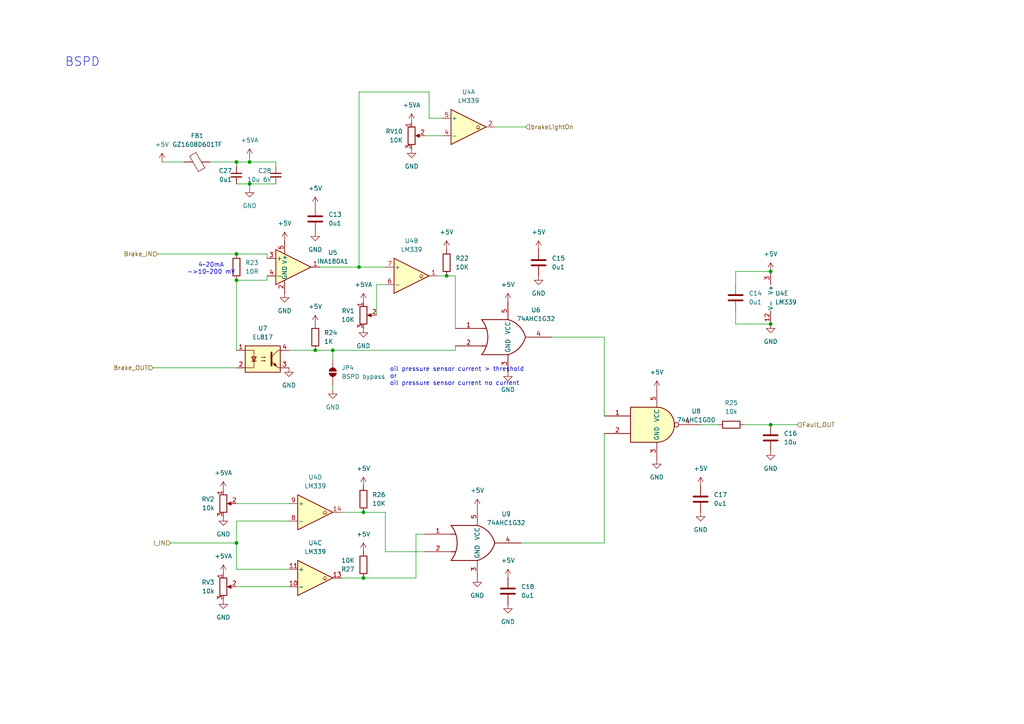
<source format=kicad_sch>
(kicad_sch (version 20231120) (generator "eeschema") (generator_version "8.0")
  (paper "A4")
  (title_block (title "HVB_LV1") (date "2024-12-01") (rev "2.0") (company "NTURacing") (comment 1 "Powertrain") (comment 2 "郭哲明 Jack Kuo"))
  (lib_symbols
    (symbol "74xGxx:74AHC1G00"
      (property "Reference" "U" (at -2.54 3.81 0))
      (property "Value" "74AHC1G00" (at 0 -3.81 0))
      (symbol "74AHC1G00_0_1"
        (arc (start 0 -5.08) (mid 5.0579 0) (end 0 5.08) (stroke (width 0.254)) (fill (type background)))
        (polyline (pts (xy 0 -5.08) (xy -7.62 -5.08) (xy -7.62 5.08) (xy 0 5.08)) (stroke (width 0.254)) (fill (type background)))
      )
      (symbol "74AHC1G00_1_1"
        (pin input line (at -15.24 2.54 0) (length 7.62) (name "~") (number "1"))
        (pin input line (at -15.24 -2.54 0) (length 7.62) (name "~") (number "2"))
        (pin power_in line (at 0 -10.16 90) (length 5.08) (name "GND") (number "3"))
        (pin output inverted (at 12.7 0 180) (length 7.62) (name "~") (number "4"))
        (pin power_in line (at 0 10.16 270) (length 5.08) (name "VCC") (number "5"))
      )
    )
    (symbol "74xGxx:74AHC1G32"
      (property "Reference" "U" (at -2.54 3.81 0))
      (property "Value" "74AHC1G32" (at 0 -3.81 0))
      (symbol "74AHC1G32_0_1"
        (arc (start -7.62 -5.08) (mid -5.838 0) (end -7.62 5.08) (stroke (width 0.254)))
        (arc (start 0 -5.08) (mid 3.1986 -3.2054) (end 5.08 0) (stroke (width 0.254)))
        (polyline (pts (xy -7.62 -2.54) (xy -6.35 -2.54)) (stroke (width 0.254)) (fill (type background)))
        (polyline (pts (xy -7.62 2.54) (xy -6.35 2.54)) (stroke (width 0.254)) (fill (type background)))
        (polyline (pts (xy 0 -5.08) (xy -7.62 -5.08)) (stroke (width 0.254)) (fill (type background)))
        (polyline (pts (xy 0 5.08) (xy -7.62 5.08)) (stroke (width 0.254)) (fill (type background)))
        (arc (start 5.08 0) (mid 3.2238 3.2304) (end 0 5.08) (stroke (width 0.254)))
      )
      (symbol "74AHC1G32_1_1"
        (pin input line (at -15.24 2.54 0) (length 7.62) (name "~") (number "1"))
        (pin input line (at -15.24 -2.54 0) (length 7.62) (name "~") (number "2"))
        (pin power_in line (at 0 -10.16 90) (length 5.08) (name "GND") (number "3"))
        (pin output line (at 12.7 0 180) (length 7.62) (name "~") (number "4"))
        (pin power_in line (at 0 10.16 270) (length 5.08) (name "VCC") (number "5"))
      )
    )
    (symbol "Amplifier_Current:INA180A1" (pin_names (offset 0.127))
      (property "Reference" "U" (at 3.81 3.81 0))
      (property "Value" "INA180A1" (at 3.81 -2.54 0))
      (symbol "INA180A1_0_1"
        (polyline (pts (xy 5.08 0) (xy -5.08 5.08) (xy -5.08 -5.08) (xy 5.08 0)) (stroke (width 0.254)) (fill (type background)))
      )
      (symbol "INA180A1_1_1"
        (pin output line (at 7.62 0 180) (length 2.54) (name "~") (number "1"))
        (pin power_in line (at -2.54 -7.62 90) (length 3.81) (name "GND") (number "2"))
        (pin input line (at -7.62 2.54 0) (length 2.54) (name "+") (number "3"))
        (pin input line (at -7.62 -2.54 0) (length 2.54) (name "-") (number "4"))
        (pin power_in line (at -2.54 7.62 270) (length 3.81) (name "V+") (number "5"))
      )
    )
    (symbol "Comparator:LM339" (pin_names (offset 0.127))
      (property "Reference" "U" (at 0 5.08 0))
      (property "Value" "LM339" (at 0 -5.08 0))
      (symbol "LM339_1_1"
        (polyline (pts (xy -5.08 5.08) (xy 5.08 0) (xy -5.08 -5.08) (xy -5.08 5.08)) (stroke (width 0.254)) (fill (type background)))
        (polyline (pts (xy 3.302 -0.508) (xy 2.794 -0.508) (xy 3.302 0) (xy 2.794 0.508) (xy 2.286 0) (xy 2.794 -0.508) (xy 2.286 -0.508)) (stroke (width 0.127)))
        (pin open_collector line (at 7.62 0 180) (length 2.54) (name "~") (number "2"))
        (pin input line (at -7.62 -2.54 0) (length 2.54) (name "-") (number "4"))
        (pin input line (at -7.62 2.54 0) (length 2.54) (name "+") (number "5"))
      )
      (symbol "LM339_2_1"
        (polyline (pts (xy -5.08 5.08) (xy 5.08 0) (xy -5.08 -5.08) (xy -5.08 5.08)) (stroke (width 0.254)) (fill (type background)))
        (polyline (pts (xy 3.302 -0.508) (xy 2.794 -0.508) (xy 3.302 0) (xy 2.794 0.508) (xy 2.286 0) (xy 2.794 -0.508) (xy 2.286 -0.508)) (stroke (width 0.127)))
        (pin open_collector line (at 7.62 0 180) (length 2.54) (name "~") (number "1"))
        (pin input line (at -7.62 -2.54 0) (length 2.54) (name "-") (number "6"))
        (pin input line (at -7.62 2.54 0) (length 2.54) (name "+") (number "7"))
      )
      (symbol "LM339_3_1"
        (polyline (pts (xy -5.08 5.08) (xy 5.08 0) (xy -5.08 -5.08) (xy -5.08 5.08)) (stroke (width 0.254)) (fill (type background)))
        (polyline (pts (xy 3.302 -0.508) (xy 2.794 -0.508) (xy 3.302 0) (xy 2.794 0.508) (xy 2.286 0) (xy 2.794 -0.508) (xy 2.286 -0.508)) (stroke (width 0.127)))
        (pin input line (at -7.62 -2.54 0) (length 2.54) (name "-") (number "10"))
        (pin input line (at -7.62 2.54 0) (length 2.54) (name "+") (number "11"))
        (pin open_collector line (at 7.62 0 180) (length 2.54) (name "~") (number "13"))
      )
      (symbol "LM339_4_1"
        (polyline (pts (xy -5.08 5.08) (xy 5.08 0) (xy -5.08 -5.08) (xy -5.08 5.08)) (stroke (width 0.254)) (fill (type background)))
        (polyline (pts (xy 3.302 -0.508) (xy 2.794 -0.508) (xy 3.302 0) (xy 2.794 0.508) (xy 2.286 0) (xy 2.794 -0.508) (xy 2.286 -0.508)) (stroke (width 0.127)))
        (pin open_collector line (at 7.62 0 180) (length 2.54) (name "~") (number "14"))
        (pin input line (at -7.62 -2.54 0) (length 2.54) (name "-") (number "8"))
        (pin input line (at -7.62 2.54 0) (length 2.54) (name "+") (number "9"))
      )
      (symbol "LM339_5_1"
        (pin power_in line (at -2.54 -7.62 90) (length 3.81) (name "V-") (number "12"))
        (pin power_in line (at -2.54 7.62 270) (length 3.81) (name "V+") (number "3"))
      )
    )
    (symbol "Device:C" (pin_numbers hide) (pin_names (offset 0.254))
      (property "Reference" "C" (at 0.635 2.54 0))
      (property "Value" "C" (at 0.635 -2.54 0))
      (symbol "C_0_1"
        (polyline (pts (xy -2.032 -0.762) (xy 2.032 -0.762)) (stroke (width 0.508)))
        (polyline (pts (xy -2.032 0.762) (xy 2.032 0.762)) (stroke (width 0.508)))
      )
      (symbol "C_1_1"
        (pin passive line (at 0 3.81 270) (length 2.794) (name "~") (number "1"))
        (pin passive line (at 0 -3.81 90) (length 2.794) (name "~") (number "2"))
      )
    )
    (symbol "Device:C_Small" (pin_numbers hide) (pin_names (offset 0.254) hide)
      (property "Reference" "C" (at 0.254 1.778 0))
      (property "Value" "C_Small" (at 0.254 -2.032 0))
      (symbol "C_Small_0_1"
        (polyline (pts (xy -1.524 -0.508) (xy 1.524 -0.508)) (stroke (width 0.3302)))
        (polyline (pts (xy -1.524 0.508) (xy 1.524 0.508)) (stroke (width 0.3048)))
      )
      (symbol "C_Small_1_1"
        (pin passive line (at 0 2.54 270) (length 2.032) (name "~") (number "1"))
        (pin passive line (at 0 -2.54 90) (length 2.032) (name "~") (number "2"))
      )
    )
    (symbol "Device:FerriteBead" (pin_numbers hide) (pin_names (offset 0))
      (property "Reference" "FB" (at -3.81 0.635 90))
      (property "Value" "FerriteBead" (at 3.81 0 90))
      (symbol "FerriteBead_0_1"
        (polyline (pts (xy 0 -1.27) (xy 0 -1.2192)))
        (polyline (pts (xy 0 1.27) (xy 0 1.2954)))
        (polyline (pts (xy -2.7686 0.4064) (xy -1.7018 2.2606) (xy 2.7686 -0.3048) (xy 1.6764 -2.159) (xy -2.7686 0.4064)))
      )
      (symbol "FerriteBead_1_1"
        (pin passive line (at 0 3.81 270) (length 2.54) (name "~") (number "1"))
        (pin passive line (at 0 -3.81 90) (length 2.54) (name "~") (number "2"))
      )
    )
    (symbol "Device:R" (pin_numbers hide) (pin_names (offset 0))
      (property "Reference" "R" (at 2.032 0 90))
      (property "Value" "R" (at 0 0 90))
      (symbol "R_0_1"
        (rectangle (start -1.016 -2.54) (end 1.016 2.54) (stroke (width 0.254)))
      )
      (symbol "R_1_1"
        (pin passive line (at 0 3.81 270) (length 1.27) (name "~") (number "1"))
        (pin passive line (at 0 -3.81 90) (length 1.27) (name "~") (number "2"))
      )
    )
    (symbol "Device:R_Potentiometer" (pin_names (offset 1.016) hide)
      (property "Reference" "RV" (at -4.445 0 90))
      (property "Value" "R_Potentiometer" (at -2.54 0 90))
      (symbol "R_Potentiometer_0_1"
        (polyline (pts (xy 2.54 0) (xy 1.524 0)))
        (polyline (pts (xy 1.143 0) (xy 2.286 0.508) (xy 2.286 -0.508) (xy 1.143 0)) (fill (type outline)))
        (rectangle (start 1.016 2.54) (end -1.016 -2.54) (stroke (width 0.254)))
      )
      (symbol "R_Potentiometer_1_1"
        (pin passive line (at 0 3.81 270) (length 1.27) (name "1") (number "1"))
        (pin passive line (at 3.81 0 180) (length 1.27) (name "2") (number "2"))
        (pin passive line (at 0 -3.81 90) (length 1.27) (name "3") (number "3"))
      )
    )
    (symbol "Isolator:EL817" (pin_names (offset 1.016))
      (property "Reference" "U" (at -5.08 5.08 0))
      (property "Value" "EL817" (at 0 5.08 0))
      (symbol "EL817_0_1"
        (rectangle (start -5.08 3.81) (end 5.08 -3.81) (stroke (width 0.254)) (fill (type background)))
        (polyline (pts (xy -3.175 -0.635) (xy -1.905 -0.635)) (stroke (width 0.254)))
        (polyline (pts (xy 2.54 0.635) (xy 4.445 2.54)))
        (polyline (pts (xy 4.445 -2.54) (xy 2.54 -0.635)) (fill (type outline)))
        (polyline (pts (xy 4.445 -2.54) (xy 5.08 -2.54)))
        (polyline (pts (xy 4.445 2.54) (xy 5.08 2.54)))
        (polyline (pts (xy -5.08 2.54) (xy -2.54 2.54) (xy -2.54 -0.635)))
        (polyline (pts (xy -2.54 -0.635) (xy -2.54 -2.54) (xy -5.08 -2.54)))
        (polyline (pts (xy 2.54 1.905) (xy 2.54 -1.905) (xy 2.54 -1.905)) (stroke (width 0.508)))
        (polyline (pts (xy -2.54 -0.635) (xy -3.175 0.635) (xy -1.905 0.635) (xy -2.54 -0.635)) (stroke (width 0.254)))
        (polyline (pts (xy -0.508 -0.508) (xy 0.762 -0.508) (xy 0.381 -0.635) (xy 0.381 -0.381) (xy 0.762 -0.508)))
        (polyline (pts (xy -0.508 0.508) (xy 0.762 0.508) (xy 0.381 0.381) (xy 0.381 0.635) (xy 0.762 0.508)))
        (polyline (pts (xy 3.048 -1.651) (xy 3.556 -1.143) (xy 4.064 -2.159) (xy 3.048 -1.651) (xy 3.048 -1.651)) (fill (type outline)))
      )
      (symbol "EL817_1_1"
        (pin passive line (at -7.62 2.54 0) (length 2.54) (name "~") (number "1"))
        (pin passive line (at -7.62 -2.54 0) (length 2.54) (name "~") (number "2"))
        (pin passive line (at 7.62 -2.54 180) (length 2.54) (name "~") (number "3"))
        (pin passive line (at 7.62 2.54 180) (length 2.54) (name "~") (number "4"))
      )
    )
    (symbol "Jumper:SolderJumper_2_Open" (pin_numbers hide) (pin_names (offset 0) hide) (exclude_from_sim yes) (in_bom no)
      (property "Reference" "JP" (at 0 2.032 0))
      (property "Value" "SolderJumper_2_Open" (at 0 -2.54 0))
      (symbol "SolderJumper_2_Open_0_1"
        (arc (start -0.254 1.016) (mid -1.2656 0) (end -0.254 -1.016))
        (arc (start -0.254 1.016) (mid -1.2656 0) (end -0.254 -1.016) (fill (type outline)))
        (polyline (pts (xy -0.254 1.016) (xy -0.254 -1.016)))
        (polyline (pts (xy 0.254 1.016) (xy 0.254 -1.016)))
        (arc (start 0.254 -1.016) (mid 1.2656 0) (end 0.254 1.016))
        (arc (start 0.254 -1.016) (mid 1.2656 0) (end 0.254 1.016) (fill (type outline)))
      )
      (symbol "SolderJumper_2_Open_1_1"
        (pin passive line (at -3.81 0 0) (length 2.54) (name "A") (number "1"))
        (pin passive line (at 3.81 0 180) (length 2.54) (name "B") (number "2"))
      )
    )
    (symbol "power:+5V" (power) (pin_numbers hide) (pin_names (offset 0) hide)
      (property "Value" "+5V" (at 0 3.556 0))
      (symbol "+5V_0_1"
        (polyline (pts (xy -0.762 1.27) (xy 0 2.54)))
        (polyline (pts (xy 0 0) (xy 0 2.54)))
        (polyline (pts (xy 0 2.54) (xy 0.762 1.27)))
      )
      (symbol "+5V_1_1"
        (pin power_in line (at 0 0 90) (length 0) (name "~") (number "1"))
      )
    )
    (symbol "power:+5VA" (power) (pin_numbers hide) (pin_names (offset 0) hide)
      (property "Value" "+5VA" (at 0 3.556 0))
      (symbol "+5VA_0_1"
        (polyline (pts (xy -0.762 1.27) (xy 0 2.54)))
        (polyline (pts (xy 0 0) (xy 0 2.54)))
        (polyline (pts (xy 0 2.54) (xy 0.762 1.27)))
      )
      (symbol "+5VA_1_1"
        (pin power_in line (at 0 0 90) (length 0) (name "~") (number "1"))
      )
    )
    (symbol "power:GND" (power) (pin_numbers hide) (pin_names (offset 0) hide)
      (property "Value" "GND" (at 0 -3.81 0))
      (symbol "GND_0_1"
        (polyline (pts (xy 0 0) (xy 0 -1.27) (xy 1.27 -1.27) (xy 0 -2.54) (xy -1.27 -1.27) (xy 0 -1.27)))
      )
      (symbol "GND_1_1"
        (pin power_in line (at 0 0 270) (length 0) (name "~") (number "1"))
      )
    )
  )
  (junction (at 68.58 73.66))
  (junction (at 105.41 167.64))
  (junction (at 72.39 46.99))
  (junction (at 105.41 148.59))
  (junction (at 223.52 123.19))
  (junction (at 104.14 77.47))
  (junction (at 68.58 157.48))
  (junction (at 72.39 53.34))
  (junction (at 129.54 80.01))
  (junction (at 68.58 81.28))
  (junction (at 91.44 101.6))
  (junction (at 96.52 101.6))
  (junction (at 68.58 46.99))
  (junction (at 223.52 93.98))
  (junction (at 223.52 78.74))
  (wire (pts (xy 124.46 34.29) (xy 124.46 26.67)))
  (wire (pts (xy 123.19 160.02) (xy 111.76 160.02)))
  (wire (pts (xy 99.06 167.64) (xy 105.41 167.64)))
  (wire (pts (xy 213.36 90.17) (xy 213.36 93.98)))
  (wire (pts (xy 223.52 123.19) (xy 231.14 123.19)))
  (wire (pts (xy 96.52 104.14) (xy 96.52 101.6)))
  (wire (pts (xy 72.39 54.61) (xy 72.39 53.34)))
  (wire (pts (xy 68.58 81.28) (xy 77.47 81.28)))
  (wire (pts (xy 111.76 160.02) (xy 111.76 148.59)))
  (wire (pts (xy 203.2 123.19) (xy 208.28 123.19)))
  (wire (pts (xy 109.22 82.55) (xy 111.76 82.55)))
  (wire (pts (xy 132.08 80.01) (xy 129.54 80.01)))
  (wire (pts (xy 123.19 39.37) (xy 128.27 39.37)))
  (wire (pts (xy 104.14 77.47) (xy 111.76 77.47)))
  (wire (pts (xy 83.82 101.6) (xy 91.44 101.6)))
  (wire (pts (xy 132.08 100.33) (xy 132.08 101.6)))
  (wire (pts (xy 68.58 165.1) (xy 83.82 165.1)))
  (wire (pts (xy 213.36 78.74) (xy 223.52 78.74)))
  (wire (pts (xy 175.26 97.79) (xy 160.02 97.79)))
  (wire (pts (xy 109.22 91.44) (xy 109.22 82.55)))
  (wire (pts (xy 213.36 82.55) (xy 213.36 78.74)))
  (wire (pts (xy 45.72 73.66) (xy 68.58 73.66)))
  (wire (pts (xy 68.58 81.28) (xy 68.58 101.6)))
  (wire (pts (xy 60.96 46.99) (xy 68.58 46.99)))
  (wire (pts (xy 77.47 81.28) (xy 77.47 80.01)))
  (wire (pts (xy 213.36 93.98) (xy 223.52 93.98)))
  (wire (pts (xy 72.39 53.34) (xy 80.01 53.34)))
  (wire (pts (xy 175.26 125.73) (xy 175.26 157.48)))
  (wire (pts (xy 68.58 46.99) (xy 68.58 48.26)))
  (wire (pts (xy 152.4 36.83) (xy 143.51 36.83)))
  (wire (pts (xy 96.52 113.03) (xy 96.52 111.76)))
  (wire (pts (xy 92.71 77.47) (xy 104.14 77.47)))
  (wire (pts (xy 72.39 46.99) (xy 80.01 46.99)))
  (wire (pts (xy 91.44 101.6) (xy 96.52 101.6)))
  (wire (pts (xy 124.46 26.67) (xy 104.14 26.67)))
  (wire (pts (xy 96.52 101.6) (xy 132.08 101.6)))
  (wire (pts (xy 99.06 148.59) (xy 105.41 148.59)))
  (wire (pts (xy 46.99 46.99) (xy 53.34 46.99)))
  (wire (pts (xy 72.39 45.72) (xy 72.39 46.99)))
  (wire (pts (xy 68.58 73.66) (xy 77.47 73.66)))
  (wire (pts (xy 175.26 157.48) (xy 151.13 157.48)))
  (wire (pts (xy 68.58 170.18) (xy 83.82 170.18)))
  (wire (pts (xy 68.58 157.48) (xy 68.58 165.1)))
  (wire (pts (xy 77.47 73.66) (xy 77.47 74.93)))
  (wire (pts (xy 68.58 46.99) (xy 72.39 46.99)))
  (wire (pts (xy 105.41 148.59) (xy 111.76 148.59)))
  (wire (pts (xy 49.53 157.48) (xy 68.58 157.48)))
  (wire (pts (xy 44.45 106.68) (xy 68.58 106.68)))
  (wire (pts (xy 68.58 151.13) (xy 68.58 157.48)))
  (wire (pts (xy 175.26 120.65) (xy 175.26 97.79)))
  (wire (pts (xy 68.58 146.05) (xy 83.82 146.05)))
  (wire (pts (xy 123.19 154.94) (xy 120.65 154.94)))
  (wire (pts (xy 68.58 53.34) (xy 72.39 53.34)))
  (wire (pts (xy 120.65 154.94) (xy 120.65 167.64)))
  (wire (pts (xy 68.58 151.13) (xy 83.82 151.13)))
  (wire (pts (xy 80.01 48.26) (xy 80.01 46.99)))
  (wire (pts (xy 215.9 123.19) (xy 223.52 123.19)))
  (wire (pts (xy 105.41 167.64) (xy 120.65 167.64)))
  (wire (pts (xy 132.08 95.25) (xy 132.08 80.01)))
  (wire (pts (xy 129.54 80.01) (xy 127 80.01)))
  (wire (pts (xy 104.14 26.67) (xy 104.14 77.47)))
  (wire (pts (xy 128.27 34.29) (xy 124.46 34.29)))
  (text "4~20mA\n->10~200 mV" (at 61.214 77.978 0) (effects (font (size 1.27 1.27))))
  (text "BSPD" (at 18.796 19.558 0) (effects (font (size 2.54 2.54)) (justify left bottom)))
  (text "oil pressure sensor current > threshold\nor\noil pressure sensor current no current" (at 113.03 106.426 0) (effects (font (size 1.27 1.27)) (justify left top)))
  (hierarchical_label "Brake_OUT" (shape input) (at 44.45 106.68 180))
  (hierarchical_label "brakeLightOn" (shape input) (at 152.4 36.83 0))
  (hierarchical_label "I_IN" (shape input) (at 49.53 157.48 180))
  (hierarchical_label "Fault_OUT" (shape input) (at 231.14 123.19 0))
  (hierarchical_label "Brake_IN" (shape input) (at 45.72 73.66 180))
  (symbol (lib_id "74xGxx:74AHC1G32") (at 138.43 157.48 0) (unit 1)
    (property "Reference" "U9" (at 146.812 149.098 0))
    (property "Value" "74AHC1G32" (at 146.812 151.638 0))
    (property "Footprint" "Package_TO_SOT_SMD:SOT-23-5" (effects (hide yes)))
    (property "Datasheet" "http://www.ti.com/lit/sg/scyt129e/scyt129e.pdf" (effects (hide yes)))
    (property "Description" "Single OR Gate, Low-Voltage CMOS" (effects (hide yes)))
  )
  (symbol (lib_id "power:+5V") (at 91.44 93.98 0) (unit 1)
    (property "Reference" "#PWR072" (effects (hide yes)))
    (property "Value" "+5V" (at 91.44 88.9 0))
    (property "Description" "Power symbol creates a global label with name \"+5V\"" (effects (hide yes)))
    (instances (project "SC_Board" (path "" (reference "#PWR072") (unit 1))) (project "BMS_MASTER_STM32F105RC" (path "" (reference "#PWR026") (unit 1))))
  )
  (symbol (lib_id "power:+5V") (at 156.21 72.39 0) (unit 1)
    (property "Reference" "#PWR075" (effects (hide yes)))
    (property "Value" "+5V" (at 156.21 67.31 0))
    (property "Description" "Power symbol creates a global label with name \"+5V\"" (effects (hide yes)))
    (instances (project "SC_Board" (path "" (reference "#PWR075") (unit 1))) (project "BMS_MASTER_STM32F105RC" (path "" (reference "#PWR026") (unit 1))))
  )
  (symbol (lib_id "power:GND") (at 203.2 148.59 0) (unit 1)
    (property "Reference" "#PWR091" (effects (hide yes)))
    (property "Value" "GND" (at 203.2 153.67 0))
    (property "Description" "Power symbol creates a global label with name \"GND\" , ground" (effects (hide yes)))
    (instances (project "SC_Board" (path "" (reference "#PWR091") (unit 1))) (project "BMS_MASTER_STM32F105RC" (path "" (reference "#PWR080") (unit 1))))
  )
  (symbol (lib_id "Device:C_Small") (at 80.01 50.8 0) (mirror y) (unit 1)
    (property "Reference" "C28" (at 78.74 49.53 0) (effects (justify left)))
    (property "Value" "10u 6V" (at 78.74 52.07 0) (effects (justify left)))
    (property "Footprint" "Capacitor_SMD:C_0402_1005Metric" (effects (hide yes)))
    (property "Description" "Unpolarized capacitor, small symbol" (effects (hide yes)))
  )
  (symbol (lib_id "Device:R") (at 91.44 97.79 0) (unit 1)
    (property "Reference" "R24" (at 93.98 96.52 0) (effects (justify left)))
    (property "Value" "1K" (at 93.98 99.06 0) (effects (justify left)))
    (property "Footprint" "Resistor_SMD:R_0603_1608Metric" (effects (hide yes)))
    (property "Description" "Resistor" (effects (hide yes)))
  )
  (symbol (lib_id "power:GND") (at 119.38 43.18 0) (unit 1)
    (property "Reference" "#PWR0154" (effects (hide yes)))
    (property "Value" "GND" (at 119.38 48.26 0))
    (property "Description" "Power symbol creates a global label with name \"GND\" , ground" (effects (hide yes)))
  )
  (symbol (lib_id "Device:R") (at 129.54 76.2 0) (unit 1)
    (property "Reference" "R22" (at 132.08 74.93 0) (effects (justify left)))
    (property "Value" "10K" (at 132.08 77.47 0) (effects (justify left)))
    (property "Footprint" "Resistor_SMD:R_0603_1608Metric" (effects (hide yes)))
    (property "Description" "Resistor" (effects (hide yes)))
  )
  (symbol (lib_id "power:+5V") (at 105.41 160.02 0) (unit 1)
    (property "Reference" "#PWR094" (effects (hide yes)))
    (property "Value" "+5V" (at 105.41 154.94 0))
    (property "Description" "Power symbol creates a global label with name \"+5V\"" (effects (hide yes)))
  )
  (symbol (lib_id "power:GND") (at 138.43 167.64 0) (unit 1)
    (property "Reference" "#PWR090" (effects (hide yes)))
    (property "Value" "GND" (at 138.43 172.72 0))
    (property "Description" "Power symbol creates a global label with name \"GND\" , ground" (effects (hide yes)))
    (instances (project "SC_Board" (path "" (reference "#PWR090") (unit 1))) (project "BMS_MASTER_STM32F105RC" (path "" (reference "#PWR080") (unit 1))))
  )
  (symbol (lib_id "power:+5V") (at 147.32 87.63 0) (unit 1)
    (property "Reference" "#PWR071" (effects (hide yes)))
    (property "Value" "+5V" (at 147.32 82.55 0))
    (property "Description" "Power symbol creates a global label with name \"+5V\"" (effects (hide yes)))
    (instances (project "SC_Board" (path "" (reference "#PWR071") (unit 1))) (project "BMS_MASTER_STM32F105RC" (path "" (reference "#PWR026") (unit 1))))
  )
  (symbol (lib_id "power:GND") (at 91.44 67.31 0) (unit 1)
    (property "Reference" "#PWR065" (effects (hide yes)))
    (property "Value" "GND" (at 91.44 72.39 0))
    (property "Description" "Power symbol creates a global label with name \"GND\" , ground" (effects (hide yes)))
    (instances (project "SC_Board" (path "" (reference "#PWR065") (unit 1))) (project "BMS_MASTER_STM32F105RC" (path "" (reference "#PWR080") (unit 1))))
  )
  (symbol (lib_id "Isolator:EL817") (at 76.2 104.14 0) (unit 1)
    (property "Reference" "U7" (at 76.2 95.25 0))
    (property "Value" "EL817" (at 76.2 97.79 0))
    (property "Footprint" "Package_DIP:DIP-4_W7.62mm" (effects (hide yes)))
    (property "Datasheet" "http://www.everlight.com/file/ProductFile/EL817.pdf" (effects (hide yes)))
    (property "Description" "DC Optocoupler, Vce 35V, DIP-4" (effects (hide yes)))
  )
  (symbol (lib_id "Jumper:SolderJumper_2_Open") (at 96.52 107.95 90) (unit 1)
    (property "Reference" "JP4" (at 99.06 106.68 90) (effects (justify right)))
    (property "Value" "BSPD bypass" (at 99.06 109.22 90) (effects (justify right)))
    (property "Footprint" "Jumper:SolderJumper-2_P1.3mm_Open_RoundedPad1.0x1.5mm" (effects (hide yes)))
    (property "Description" "Solder Jumper, 2-pole, open" (effects (hide yes)))
  )
  (symbol (lib_id "power:+5VA") (at 119.38 35.56 0) (unit 1)
    (property "Reference" "#PWR016" (effects (hide yes)))
    (property "Value" "+5VA" (at 119.38 30.48 0))
    (property "Description" "Power symbol creates a global label with name \"+5VA\"" (effects (hide yes)))
  )
  (symbol (lib_id "power:+5V") (at 190.5 113.03 0) (unit 1)
    (property "Reference" "#PWR081" (effects (hide yes)))
    (property "Value" "+5V" (at 190.5 107.95 0))
    (property "Description" "Power symbol creates a global label with name \"+5V\"" (effects (hide yes)))
    (instances (project "SC_Board" (path "" (reference "#PWR081") (unit 1))) (project "BMS_MASTER_STM32F105RC" (path "" (reference "#PWR026") (unit 1))))
  )
  (symbol (lib_id "Device:C") (at 213.36 86.36 0) (unit 1)
    (property "Reference" "C14" (at 217.17 85.09 0) (effects (justify left)))
    (property "Value" "0u1" (at 217.17 87.63 0) (effects (justify left)))
    (property "Footprint" "Capacitor_SMD:C_0402_1005Metric" (effects (hide yes)))
    (property "Description" "Unpolarized capacitor" (effects (hide yes)))
  )
  (symbol (lib_id "power:GND") (at 156.21 80.01 0) (unit 1)
    (property "Reference" "#PWR078" (effects (hide yes)))
    (property "Value" "GND" (at 156.21 85.09 0))
    (property "Description" "Power symbol creates a global label with name \"GND\" , ground" (effects (hide yes)))
    (instances (project "SC_Board" (path "" (reference "#PWR078") (unit 1))) (project "BMS_MASTER_STM32F105RC" (path "" (reference "#PWR080") (unit 1))))
  )
  (symbol (lib_id "power:+5VA") (at 72.39 45.72 0) (unit 1)
    (property "Reference" "#PWR080" (effects (hide yes)))
    (property "Value" "+5VA" (at 72.39 40.64 0))
    (property "Description" "Power symbol creates a global label with name \"+5VA\"" (effects (hide yes)))
  )
  (symbol (lib_id "power:GND") (at 190.5 133.35 0) (unit 1)
    (property "Reference" "#PWR086" (effects (hide yes)))
    (property "Value" "GND" (at 190.5 138.43 0))
    (property "Description" "Power symbol creates a global label with name \"GND\" , ground" (effects (hide yes)))
    (instances (project "SC_Board" (path "" (reference "#PWR086") (unit 1))) (project "BMS_MASTER_STM32F105RC" (path "" (reference "#PWR080") (unit 1))))
  )
  (symbol (lib_id "Device:R_Potentiometer") (at 64.77 146.05 0) (unit 1)
    (property "Reference" "RV2" (at 62.23 144.78 0) (effects (justify right)))
    (property "Value" "10k" (at 62.23 147.32 0) (effects (justify right)))
    (property "Footprint" "nturt_kicad_lib_EP6:Throughhole Potentiometer 3296W" (effects (hide yes)))
    (property "Description" "Potentiometer" (effects (hide yes)))
  )
  (symbol (lib_id "Device:C_Small") (at 68.58 50.8 0) (mirror y) (unit 1)
    (property "Reference" "C27" (at 67.31 49.53 0) (effects (justify left)))
    (property "Value" "0u1" (at 67.31 52.07 0) (effects (justify left)))
    (property "Footprint" "Capacitor_SMD:C_0402_1005Metric" (effects (hide yes)))
    (property "Description" "Unpolarized capacitor, small symbol" (effects (hide yes)))
  )
  (symbol (lib_id "Amplifier_Current:INA180A1") (at 85.09 77.47 0) (unit 1)
    (property "Reference" "U5" (at 96.52 73.2791 0))
    (property "Value" "INA180A1" (at 96.52 75.8191 0))
    (property "Footprint" "Package_TO_SOT_SMD:SOT-23-5" (effects (hide yes)))
    (property "Datasheet" "http://www.ti.com/lit/ds/symlink/ina180.pdf" (effects (hide yes)))
    (property "Description" "Current Sense Amplifier, 1 Circuit, Rail-to-Rail, 26V, Gain 20 V/V, SOT-23-5" (effects (hide yes)))
  )
  (symbol (lib_id "Device:R_Potentiometer") (at 64.77 170.18 0) (unit 1)
    (property "Reference" "RV3" (at 62.23 168.91 0) (effects (justify right)))
    (property "Value" "10k" (at 62.23 171.45 0) (effects (justify right)))
    (property "Footprint" "nturt_kicad_lib_EP6:Throughhole Potentiometer 3296W" (effects (hide yes)))
    (property "Description" "Potentiometer" (effects (hide yes)))
  )
  (symbol (lib_id "power:GND") (at 96.52 113.03 0) (unit 1)
    (property "Reference" "#PWR079" (effects (hide yes)))
    (property "Value" "GND" (at 96.52 118.11 0))
    (property "Description" "Power symbol creates a global label with name \"GND\" , ground" (effects (hide yes)))
    (instances (project "SC_Board" (path "" (reference "#PWR079") (unit 1))) (project "BMS_MASTER_STM32F105RC" (path "" (reference "#PWR080") (unit 1))))
  )
  (symbol (lib_id "Device:C") (at 156.21 76.2 0) (unit 1)
    (property "Reference" "C15" (at 160.02 74.93 0) (effects (justify left)))
    (property "Value" "0u1" (at 160.02 77.47 0) (effects (justify left)))
    (property "Footprint" "Capacitor_SMD:C_0402_1005Metric" (effects (hide yes)))
    (property "Description" "Unpolarized capacitor" (effects (hide yes)))
  )
  (symbol (lib_id "Device:C") (at 223.52 127 0) (unit 1)
    (property "Reference" "C16" (at 227.33 125.73 0) (effects (justify left)))
    (property "Value" "10u" (at 227.33 128.27 0) (effects (justify left)))
    (property "Footprint" "Capacitor_SMD:C_0805_2012Metric" (effects (hide yes)))
    (property "Description" "Unpolarized capacitor" (effects (hide yes)))
  )
  (symbol (lib_id "Device:R") (at 105.41 163.83 180) (unit 1)
    (property "Reference" "R27" (at 102.87 165.1 0) (effects (justify left)))
    (property "Value" "10K" (at 102.87 162.56 0) (effects (justify left)))
    (property "Footprint" "Resistor_SMD:R_0603_1608Metric" (effects (hide yes)))
    (property "Description" "Resistor" (effects (hide yes)))
  )
  (symbol (lib_id "Comparator:LM339") (at 91.44 167.64 0) (unit 3)
    (property "Reference" "U4" (at 91.44 157.48 0))
    (property "Value" "LM339" (at 91.44 160.02 0))
    (property "Footprint" "Package_SO:SOIC-14_3.9x8.7mm_P1.27mm" (effects (hide yes)))
    (property "Datasheet" "https://www.st.com/resource/en/datasheet/lm139.pdf" (effects (hide yes)))
    (property "Description" "Quad Differential Comparators, SOIC-14/TSSOP-14" (effects (hide yes)))
  )
  (symbol (lib_id "power:+5VA") (at 105.41 87.63 0) (unit 1)
    (property "Reference" "#PWR017" (effects (hide yes)))
    (property "Value" "+5VA" (at 105.41 82.55 0))
    (property "Description" "Power symbol creates a global label with name \"+5VA\"" (effects (hide yes)))
  )
  (symbol (lib_id "power:GND") (at 64.77 173.99 0) (unit 1)
    (property "Reference" "#PWR093" (effects (hide yes)))
    (property "Value" "GND" (at 64.77 179.07 0))
    (property "Description" "Power symbol creates a global label with name \"GND\" , ground" (effects (hide yes)))
    (instances (project "SC_Board" (path "" (reference "#PWR093") (unit 1))) (project "BMS_MASTER_STM32F105RC" (path "" (reference "#PWR080") (unit 1))))
  )
  (symbol (lib_id "power:+5V") (at 147.32 167.64 0) (unit 1)
    (property "Reference" "#PWR088" (effects (hide yes)))
    (property "Value" "+5V" (at 147.32 162.56 0))
    (property "Description" "Power symbol creates a global label with name \"+5V\"" (effects (hide yes)))
    (instances (project "SC_Board" (path "" (reference "#PWR088") (unit 1))) (project "BMS_MASTER_STM32F105RC" (path "" (reference "#PWR026") (unit 1))))
  )
  (symbol (lib_id "Device:C") (at 147.32 171.45 0) (unit 1)
    (property "Reference" "C18" (at 151.13 170.18 0) (effects (justify left)))
    (property "Value" "0u1" (at 151.13 172.72 0) (effects (justify left)))
    (property "Footprint" "Capacitor_SMD:C_0402_1005Metric" (effects (hide yes)))
    (property "Description" "Unpolarized capacitor" (effects (hide yes)))
  )
  (symbol (lib_id "power:+5V") (at 129.54 72.39 0) (unit 1)
    (property "Reference" "#PWR067" (effects (hide yes)))
    (property "Value" "+5V" (at 129.54 67.31 0))
    (property "Description" "Power symbol creates a global label with name \"+5V\"" (effects (hide yes)))
    (instances (project "SC_Board" (path "" (reference "#PWR067") (unit 1))) (project "BMS_MASTER_STM32F105RC" (path "" (reference "#PWR026") (unit 1))))
  )
  (symbol (lib_id "power:GND") (at 64.77 149.86 0) (unit 1)
    (property "Reference" "#PWR082" (effects (hide yes)))
    (property "Value" "GND" (at 64.77 154.94 0))
    (property "Description" "Power symbol creates a global label with name \"GND\" , ground" (effects (hide yes)))
    (instances (project "SC_Board" (path "" (reference "#PWR082") (unit 1))) (project "BMS_MASTER_STM32F105RC" (path "" (reference "#PWR080") (unit 1))))
  )
  (symbol (lib_id "74xGxx:74AHC1G00") (at 190.5 123.19 0) (unit 1)
    (property "Reference" "U8" (at 201.93 119.2531 0))
    (property "Value" "74AHC1G00" (at 201.93 121.7931 0))
    (property "Footprint" "Package_TO_SOT_SMD:SOT-23-5" (effects (hide yes)))
    (property "Datasheet" "http://www.ti.com/lit/sg/scyt129e/scyt129e.pdf" (effects (hide yes)))
    (property "Description" "Single NAND Gate, Low-Voltage CMOS" (effects (hide yes)))
  )
  (symbol (lib_id "Comparator:LM339") (at 135.89 36.83 0) (unit 1)
    (property "Reference" "U4" (at 135.89 26.67 0))
    (property "Value" "LM339" (at 135.89 29.21 0))
    (property "Footprint" "Package_SO:SOIC-14_3.9x8.7mm_P1.27mm" (effects (hide yes)))
    (property "Datasheet" "https://www.st.com/resource/en/datasheet/lm139.pdf" (effects (hide yes)))
    (property "Description" "Quad Differential Comparators, SOIC-14/TSSOP-14" (effects (hide yes)))
  )
  (symbol (lib_id "power:GND") (at 147.32 107.95 0) (unit 1)
    (property "Reference" "#PWR077" (effects (hide yes)))
    (property "Value" "GND" (at 147.32 113.03 0))
    (property "Description" "Power symbol creates a global label with name \"GND\" , ground" (effects (hide yes)))
    (instances (project "SC_Board" (path "" (reference "#PWR077") (unit 1))) (project "BMS_MASTER_STM32F105RC" (path "" (reference "#PWR080") (unit 1))))
  )
  (symbol (lib_id "Comparator:LM339") (at 226.06 86.36 0) (unit 5)
    (property "Reference" "U4" (at 224.79 85.09 0) (effects (justify left)))
    (property "Value" "LM339" (at 224.79 87.63 0) (effects (justify left)))
    (property "Footprint" "Package_SO:SOIC-14_3.9x8.7mm_P1.27mm" (effects (hide yes)))
    (property "Datasheet" "https://www.st.com/resource/en/datasheet/lm139.pdf" (effects (hide yes)))
    (property "Description" "Quad Differential Comparators, SOIC-14/TSSOP-14" (effects (hide yes)))
  )
  (symbol (lib_id "Device:R") (at 68.58 77.47 0) (unit 1)
    (property "Reference" "R23" (at 71.12 76.2 0) (effects (justify left)))
    (property "Value" "10R" (at 71.12 78.74 0) (effects (justify left)))
    (property "Footprint" "Resistor_SMD:R_0805_2012Metric" (effects (hide yes)))
    (property "Description" "Resistor" (effects (hide yes)))
  )
  (symbol (lib_id "74xGxx:74AHC1G32") (at 147.32 97.79 0) (unit 1)
    (property "Reference" "U6" (at 155.448 89.916 0))
    (property "Value" "74AHC1G32" (at 155.448 92.456 0))
    (property "Footprint" "Package_TO_SOT_SMD:SOT-23-5" (effects (hide yes)))
    (property "Datasheet" "http://www.ti.com/lit/sg/scyt129e/scyt129e.pdf" (effects (hide yes)))
    (property "Description" "Single OR Gate, Low-Voltage CMOS" (effects (hide yes)))
  )
  (symbol (lib_id "power:GND") (at 72.39 54.61 0) (unit 1)
    (property "Reference" "#PWR0112" (effects (hide yes)))
    (property "Value" "GND" (at 72.39 59.69 0))
    (property "Description" "Power symbol creates a global label with name \"GND\" , ground" (effects (hide yes)))
  )
  (symbol (lib_id "power:GND") (at 105.41 95.25 0) (unit 1)
    (property "Reference" "#PWR074" (effects (hide yes)))
    (property "Value" "GND" (at 105.41 100.33 0))
    (property "Description" "Power symbol creates a global label with name \"GND\" , ground" (effects (hide yes)))
    (instances (project "SC_Board" (path "" (reference "#PWR074") (unit 1))) (project "BMS_MASTER_STM32F105RC" (path "" (reference "#PWR080") (unit 1))))
  )
  (symbol (lib_id "power:+5V") (at 105.41 140.97 0) (unit 1)
    (property "Reference" "#PWR083" (effects (hide yes)))
    (property "Value" "+5V" (at 105.41 135.89 0))
    (property "Description" "Power symbol creates a global label with name \"+5V\"" (effects (hide yes)))
    (instances (project "SC_Board" (path "" (reference "#PWR083") (unit 1))) (project "BMS_MASTER_STM32F105RC" (path "" (reference "#PWR026") (unit 1))))
  )
  (symbol (lib_id "Device:R_Potentiometer") (at 119.38 39.37 0) (unit 1)
    (property "Reference" "RV10" (at 116.84 38.1 0) (effects (justify right)))
    (property "Value" "10K" (at 116.84 40.64 0) (effects (justify right)))
    (property "Footprint" "nturt_kicad_lib_EP6:Throughhole Potentiometer 3296W" (effects (hide yes)))
    (property "Description" "Potentiometer" (effects (hide yes)))
  )
  (symbol (lib_id "Comparator:LM339") (at 119.38 80.01 0) (unit 2)
    (property "Reference" "U4" (at 119.38 69.85 0))
    (property "Value" "LM339" (at 119.38 72.39 0))
    (property "Footprint" "Package_SO:SOIC-14_3.9x8.7mm_P1.27mm" (effects (hide yes)))
    (property "Datasheet" "https://www.st.com/resource/en/datasheet/lm139.pdf" (effects (hide yes)))
    (property "Description" "Quad Differential Comparators, SOIC-14/TSSOP-14" (effects (hide yes)))
  )
  (symbol (lib_id "power:+5V") (at 46.99 46.99 0) (unit 1)
    (property "Reference" "#PWR089" (effects (hide yes)))
    (property "Value" "+5V" (at 46.99 41.91 0))
    (property "Description" "Power symbol creates a global label with name \"+5V\"" (effects (hide yes)))
  )
  (symbol (lib_id "Device:R_Potentiometer") (at 105.41 91.44 0) (unit 1)
    (property "Reference" "RV1" (at 102.87 90.17 0) (effects (justify right)))
    (property "Value" "10K" (at 102.87 92.71 0) (effects (justify right)))
    (property "Footprint" "nturt_kicad_lib_EP6:Throughhole Potentiometer 3296W" (effects (hide yes)))
    (property "Description" "Potentiometer" (effects (hide yes)))
  )
  (symbol (lib_id "power:GND") (at 223.52 93.98 0) (unit 1)
    (property "Reference" "#PWR073" (effects (hide yes)))
    (property "Value" "GND" (at 223.52 99.06 0))
    (property "Description" "Power symbol creates a global label with name \"GND\" , ground" (effects (hide yes)))
    (instances (project "SC_Board" (path "" (reference "#PWR073") (unit 1))) (project "BMS_MASTER_STM32F105RC" (path "" (reference "#PWR080") (unit 1))))
  )
  (symbol (lib_id "Device:C") (at 91.44 63.5 0) (unit 1)
    (property "Reference" "C13" (at 95.25 62.23 0) (effects (justify left)))
    (property "Value" "0u1" (at 95.25 64.77 0) (effects (justify left)))
    (property "Footprint" "Capacitor_SMD:C_0402_1005Metric" (effects (hide yes)))
    (property "Description" "Unpolarized capacitor" (effects (hide yes)))
  )
  (symbol (lib_id "power:+5VA") (at 64.77 142.24 0) (unit 1)
    (property "Reference" "#PWR018" (effects (hide yes)))
    (property "Value" "+5VA" (at 64.77 137.16 0))
    (property "Description" "Power symbol creates a global label with name \"+5VA\"" (effects (hide yes)))
  )
  (symbol (lib_id "power:GND") (at 83.82 106.68 0) (unit 1)
    (property "Reference" "#PWR076" (effects (hide yes)))
    (property "Value" "GND" (at 83.82 111.76 0))
    (property "Description" "Power symbol creates a global label with name \"GND\" , ground" (effects (hide yes)))
    (instances (project "SC_Board" (path "" (reference "#PWR076") (unit 1))) (project "BMS_MASTER_STM32F105RC" (path "" (reference "#PWR080") (unit 1))))
  )
  (symbol (lib_id "power:GND") (at 223.52 130.81 0) (unit 1)
    (property "Reference" "#PWR085" (effects (hide yes)))
    (property "Value" "GND" (at 223.52 135.89 0))
    (property "Description" "Power symbol creates a global label with name \"GND\" , ground" (effects (hide yes)))
    (instances (project "SC_Board" (path "" (reference "#PWR085") (unit 1))) (project "BMS_MASTER_STM32F105RC" (path "" (reference "#PWR080") (unit 1))))
  )
  (symbol (lib_id "power:+5V") (at 82.55 69.85 0) (unit 1)
    (property "Reference" "#PWR066" (effects (hide yes)))
    (property "Value" "+5V" (at 82.55 64.77 0))
    (property "Description" "Power symbol creates a global label with name \"+5V\"" (effects (hide yes)))
    (instances (project "SC_Board" (path "" (reference "#PWR066") (unit 1))) (project "BMS_MASTER_STM32F105RC" (path "" (reference "#PWR026") (unit 1))))
  )
  (symbol (lib_id "power:+5V") (at 223.52 78.74 0) (unit 1)
    (property "Reference" "#PWR068" (effects (hide yes)))
    (property "Value" "+5V" (at 223.52 73.66 0))
    (property "Description" "Power symbol creates a global label with name \"+5V\"" (effects (hide yes)))
    (instances (project "SC_Board" (path "" (reference "#PWR068") (unit 1))) (project "BMS_MASTER_STM32F105RC" (path "" (reference "#PWR026") (unit 1))))
  )
  (symbol (lib_id "Comparator:LM339") (at 91.44 148.59 0) (unit 4)
    (property "Reference" "U4" (at 91.44 138.43 0))
    (property "Value" "LM339" (at 91.44 140.97 0))
    (property "Footprint" "Package_SO:SOIC-14_3.9x8.7mm_P1.27mm" (effects (hide yes)))
    (property "Datasheet" "https://www.st.com/resource/en/datasheet/lm139.pdf" (effects (hide yes)))
    (property "Description" "Quad Differential Comparators, SOIC-14/TSSOP-14" (effects (hide yes)))
  )
  (symbol (lib_id "power:GND") (at 147.32 175.26 0) (unit 1)
    (property "Reference" "#PWR092" (effects (hide yes)))
    (property "Value" "GND" (at 147.32 180.34 0))
    (property "Description" "Power symbol creates a global label with name \"GND\" , ground" (effects (hide yes)))
    (instances (project "SC_Board" (path "" (reference "#PWR092") (unit 1))) (project "BMS_MASTER_STM32F105RC" (path "" (reference "#PWR080") (unit 1))))
  )
  (symbol (lib_id "power:+5VA") (at 64.77 166.37 0) (unit 1)
    (property "Reference" "#PWR070" (effects (hide yes)))
    (property "Value" "+5VA" (at 64.77 161.29 0))
    (property "Description" "Power symbol creates a global label with name \"+5VA\"" (effects (hide yes)))
  )
  (symbol (lib_id "Device:R") (at 212.09 123.19 270) (unit 1)
    (property "Reference" "R25" (at 212.09 116.84 90))
    (property "Value" "10k" (at 212.09 119.38 90))
    (property "Footprint" "Resistor_SMD:R_0603_1608Metric" (effects (hide yes)))
    (property "Description" "Resistor" (effects (hide yes)))
  )
  (symbol (lib_id "Device:C") (at 203.2 144.78 0) (unit 1)
    (property "Reference" "C17" (at 207.01 143.51 0) (effects (justify left)))
    (property "Value" "0u1" (at 207.01 146.05 0) (effects (justify left)))
    (property "Footprint" "Capacitor_SMD:C_0402_1005Metric" (effects (hide yes)))
    (property "Description" "Unpolarized capacitor" (effects (hide yes)))
  )
  (symbol (lib_id "Device:R") (at 105.41 144.78 0) (unit 1)
    (property "Reference" "R26" (at 107.95 143.51 0) (effects (justify left)))
    (property "Value" "10K" (at 107.95 146.05 0) (effects (justify left)))
    (property "Footprint" "Resistor_SMD:R_0603_1608Metric" (effects (hide yes)))
    (property "Description" "Resistor" (effects (hide yes)))
  )
  (symbol (lib_id "power:+5V") (at 203.2 140.97 0) (unit 1)
    (property "Reference" "#PWR087" (effects (hide yes)))
    (property "Value" "+5V" (at 203.2 135.89 0))
    (property "Description" "Power symbol creates a global label with name \"+5V\"" (effects (hide yes)))
    (instances (project "SC_Board" (path "" (reference "#PWR087") (unit 1))) (project "BMS_MASTER_STM32F105RC" (path "" (reference "#PWR026") (unit 1))))
  )
  (symbol (lib_id "Device:FerriteBead") (at 57.15 46.99 270) (mirror x) (unit 1)
    (property "Reference" "FB1" (at 57.2008 39.37 90))
    (property "Value" "GZ1608D601TF" (at 57.2008 41.91 90))
    (property "Footprint" "Inductor_SMD:L_0805_2012Metric" (effects (hide yes)))
    (property "Description" "Ferrite bead" (effects (hide yes)))
  )
  (symbol (lib_id "power:GND") (at 82.55 85.09 0) (unit 1)
    (property "Reference" "#PWR069" (effects (hide yes)))
    (property "Value" "GND" (at 82.55 90.17 0))
    (property "Description" "Power symbol creates a global label with name \"GND\" , ground" (effects (hide yes)))
    (instances (project "SC_Board" (path "" (reference "#PWR069") (unit 1))) (project "BMS_MASTER_STM32F105RC" (path "" (reference "#PWR080") (unit 1))))
  )
  (symbol (lib_id "power:+5V") (at 91.44 59.69 0) (unit 1)
    (property "Reference" "#PWR064" (effects (hide yes)))
    (property "Value" "+5V" (at 91.44 54.61 0))
    (property "Description" "Power symbol creates a global label with name \"+5V\"" (effects (hide yes)))
    (instances (project "SC_Board" (path "" (reference "#PWR064") (unit 1))) (project "BMS_MASTER_STM32F105RC" (path "" (reference "#PWR026") (unit 1))))
  )
  (symbol (lib_id "power:+5V") (at 138.43 147.32 0) (unit 1)
    (property "Reference" "#PWR084" (effects (hide yes)))
    (property "Value" "+5V" (at 138.43 142.24 0))
    (property "Description" "Power symbol creates a global label with name \"+5V\"" (effects (hide yes)))
    (instances (project "SC_Board" (path "" (reference "#PWR084") (unit 1))) (project "BMS_MASTER_STM32F105RC" (path "" (reference "#PWR026") (unit 1))))
  )
)
</source>
